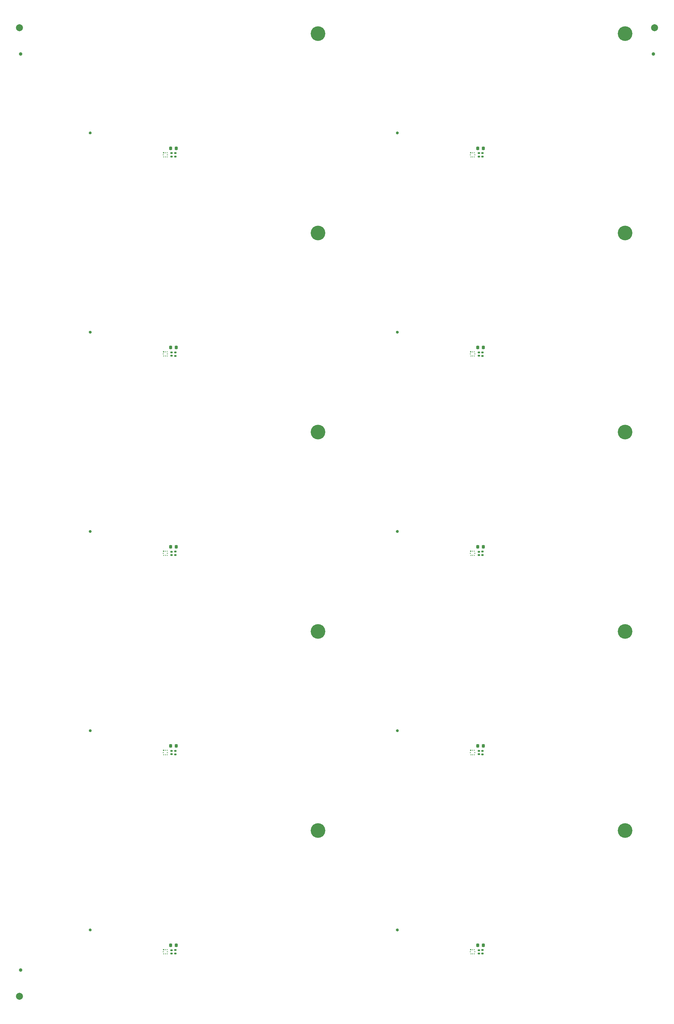
<source format=gbr>
%TF.GenerationSoftware,KiCad,Pcbnew,8.0.5+dfsg-1*%
%TF.CreationDate,2024-09-24T14:54:02+01:00*%
%TF.ProjectId,business card-generic-panel,62757369-6e65-4737-9320-636172642d67,rev?*%
%TF.SameCoordinates,Original*%
%TF.FileFunction,Soldermask,Bot*%
%TF.FilePolarity,Negative*%
%FSLAX46Y46*%
G04 Gerber Fmt 4.6, Leading zero omitted, Abs format (unit mm)*
G04 Created by KiCad (PCBNEW 8.0.5+dfsg-1) date 2024-09-24 14:54:02*
%MOMM*%
%LPD*%
G01*
G04 APERTURE LIST*
G04 Aperture macros list*
%AMRoundRect*
0 Rectangle with rounded corners*
0 $1 Rounding radius*
0 $2 $3 $4 $5 $6 $7 $8 $9 X,Y pos of 4 corners*
0 Add a 4 corners polygon primitive as box body*
4,1,4,$2,$3,$4,$5,$6,$7,$8,$9,$2,$3,0*
0 Add four circle primitives for the rounded corners*
1,1,$1+$1,$2,$3*
1,1,$1+$1,$4,$5*
1,1,$1+$1,$6,$7*
1,1,$1+$1,$8,$9*
0 Add four rect primitives between the rounded corners*
20,1,$1+$1,$2,$3,$4,$5,0*
20,1,$1+$1,$4,$5,$6,$7,0*
20,1,$1+$1,$6,$7,$8,$9,0*
20,1,$1+$1,$8,$9,$2,$3,0*%
G04 Aperture macros list end*
%ADD10C,0.410555*%
%ADD11C,4.200000*%
%ADD12C,2.000000*%
%ADD13RoundRect,0.135000X0.185000X-0.135000X0.185000X0.135000X-0.185000X0.135000X-0.185000X-0.135000X0*%
%ADD14RoundRect,0.140000X0.170000X-0.140000X0.170000X0.140000X-0.170000X0.140000X-0.170000X-0.140000X0*%
%ADD15RoundRect,0.218750X-0.218750X-0.256250X0.218750X-0.256250X0.218750X0.256250X-0.218750X0.256250X0*%
%ADD16R,0.320000X0.400000*%
%ADD17R,0.220000X0.400000*%
%ADD18R,0.400000X0.220000*%
%ADD19C,1.000000*%
G04 APERTURE END LIST*
D10*
X77773277Y-109900000D02*
G75*
G02*
X77362723Y-109900000I-205277J0D01*
G01*
X77362723Y-109900000D02*
G75*
G02*
X77773277Y-109900000I205277J0D01*
G01*
X77773277Y-281500000D02*
G75*
G02*
X77362723Y-281500000I-205277J0D01*
G01*
X77362723Y-281500000D02*
G75*
G02*
X77773277Y-281500000I205277J0D01*
G01*
X166005277Y-281500000D02*
G75*
G02*
X165594723Y-281500000I-205277J0D01*
G01*
X165594723Y-281500000D02*
G75*
G02*
X166005277Y-281500000I205277J0D01*
G01*
X166005277Y-109900000D02*
G75*
G02*
X165594723Y-109900000I-205277J0D01*
G01*
X165594723Y-109900000D02*
G75*
G02*
X166005277Y-109900000I205277J0D01*
G01*
X77773277Y-52700000D02*
G75*
G02*
X77362723Y-52700000I-205277J0D01*
G01*
X77362723Y-52700000D02*
G75*
G02*
X77773277Y-52700000I205277J0D01*
G01*
X166005277Y-52700000D02*
G75*
G02*
X165594723Y-52700000I-205277J0D01*
G01*
X165594723Y-52700000D02*
G75*
G02*
X166005277Y-52700000I205277J0D01*
G01*
X77773277Y-167100000D02*
G75*
G02*
X77362723Y-167100000I-205277J0D01*
G01*
X77362723Y-167100000D02*
G75*
G02*
X77773277Y-167100000I205277J0D01*
G01*
X77773277Y-224300000D02*
G75*
G02*
X77362723Y-224300000I-205277J0D01*
G01*
X77362723Y-224300000D02*
G75*
G02*
X77773277Y-224300000I205277J0D01*
G01*
X166005277Y-167100000D02*
G75*
G02*
X165594723Y-167100000I-205277J0D01*
G01*
X165594723Y-167100000D02*
G75*
G02*
X166005277Y-167100000I205277J0D01*
G01*
X166005277Y-224300000D02*
G75*
G02*
X165594723Y-224300000I-205277J0D01*
G01*
X165594723Y-224300000D02*
G75*
G02*
X166005277Y-224300000I205277J0D01*
G01*
D11*
%TO.C,REF\u002A\u002A*%
X142968000Y-138600000D03*
%TD*%
%TO.C,REF\u002A\u002A*%
X231200000Y-195800000D03*
%TD*%
%TO.C,REF\u002A\u002A*%
X231200000Y-253000000D03*
%TD*%
%TO.C,REF\u002A\u002A*%
X231200000Y-138600000D03*
%TD*%
%TO.C,REF\u002A\u002A*%
X231200000Y-24200000D03*
%TD*%
%TO.C,REF\u002A\u002A*%
X142968000Y-24200000D03*
%TD*%
%TO.C,REF\u002A\u002A*%
X142968000Y-195800000D03*
%TD*%
%TO.C,REF\u002A\u002A*%
X231200000Y-81400000D03*
%TD*%
D12*
%TO.C,KiKit_TO_1*%
X57267000Y-22500000D03*
%TD*%
%TO.C,KiKit_TO_2*%
X239733000Y-22500000D03*
%TD*%
D11*
%TO.C,REF\u002A\u002A*%
X142968000Y-253000000D03*
%TD*%
%TO.C,REF\u002A\u002A*%
X142968000Y-81400000D03*
%TD*%
D12*
%TO.C,KiKit_TO_3*%
X57267000Y-300500000D03*
%TD*%
D13*
%TO.C,R1*%
X102018000Y-116697500D03*
X102018000Y-115677500D03*
%TD*%
D14*
%TO.C,C1*%
X100968000Y-173867500D03*
X100968000Y-172907500D03*
%TD*%
D15*
%TO.C,D1*%
X100705500Y-228700000D03*
X102280500Y-228700000D03*
%TD*%
D14*
%TO.C,C1*%
X100968000Y-288267500D03*
X100968000Y-287307500D03*
%TD*%
D15*
%TO.C,D1*%
X188937500Y-114300000D03*
X190512500Y-114300000D03*
%TD*%
D13*
%TO.C,R1*%
X102018000Y-288297500D03*
X102018000Y-287277500D03*
%TD*%
D14*
%TO.C,C1*%
X189200000Y-116667500D03*
X189200000Y-115707500D03*
%TD*%
D16*
%TO.C,U1*%
X98632200Y-172765100D03*
D17*
X99182200Y-172765100D03*
X99682200Y-172765100D03*
D18*
X99782200Y-173365100D03*
D17*
X99682200Y-173965100D03*
X99182200Y-173965100D03*
X98682200Y-173965100D03*
D18*
X98582200Y-173365100D03*
%TD*%
D13*
%TO.C,R1*%
X190250000Y-231097500D03*
X190250000Y-230077500D03*
%TD*%
D15*
%TO.C,D1*%
X188937500Y-228700000D03*
X190512500Y-228700000D03*
%TD*%
D16*
%TO.C,U1*%
X98632200Y-58365100D03*
D17*
X99182200Y-58365100D03*
X99682200Y-58365100D03*
D18*
X99782200Y-58965100D03*
D17*
X99682200Y-59565100D03*
X99182200Y-59565100D03*
X98682200Y-59565100D03*
D18*
X98582200Y-58965100D03*
%TD*%
D16*
%TO.C,U1*%
X186864200Y-172765100D03*
D17*
X187414200Y-172765100D03*
X187914200Y-172765100D03*
D18*
X188014200Y-173365100D03*
D17*
X187914200Y-173965100D03*
X187414200Y-173965100D03*
X186914200Y-173965100D03*
D18*
X186814200Y-173365100D03*
%TD*%
D19*
%TO.C,KiKit_FID_B_3*%
X57617000Y-293000000D03*
%TD*%
D15*
%TO.C,D1*%
X188937500Y-57100000D03*
X190512500Y-57100000D03*
%TD*%
D14*
%TO.C,C1*%
X189200000Y-231067500D03*
X189200000Y-230107500D03*
%TD*%
D15*
%TO.C,D1*%
X188937500Y-171500000D03*
X190512500Y-171500000D03*
%TD*%
D13*
%TO.C,R1*%
X190250000Y-116697500D03*
X190250000Y-115677500D03*
%TD*%
%TO.C,R1*%
X102018000Y-173897500D03*
X102018000Y-172877500D03*
%TD*%
D14*
%TO.C,C1*%
X189200000Y-288267500D03*
X189200000Y-287307500D03*
%TD*%
D13*
%TO.C,R1*%
X190250000Y-173897500D03*
X190250000Y-172877500D03*
%TD*%
%TO.C,R1*%
X190250000Y-288297500D03*
X190250000Y-287277500D03*
%TD*%
D19*
%TO.C,KiKit_FID_B_2*%
X239383000Y-30000000D03*
%TD*%
D14*
%TO.C,C1*%
X189200000Y-59467500D03*
X189200000Y-58507500D03*
%TD*%
D19*
%TO.C,KiKit_FID_B_1*%
X57617000Y-30000000D03*
%TD*%
D16*
%TO.C,U1*%
X186864200Y-115565100D03*
D17*
X187414200Y-115565100D03*
X187914200Y-115565100D03*
D18*
X188014200Y-116165100D03*
D17*
X187914200Y-116765100D03*
X187414200Y-116765100D03*
X186914200Y-116765100D03*
D18*
X186814200Y-116165100D03*
%TD*%
D13*
%TO.C,R1*%
X190250000Y-59497500D03*
X190250000Y-58477500D03*
%TD*%
D15*
%TO.C,D1*%
X100705500Y-57100000D03*
X102280500Y-57100000D03*
%TD*%
D16*
%TO.C,U1*%
X186864200Y-287165100D03*
D17*
X187414200Y-287165100D03*
X187914200Y-287165100D03*
D18*
X188014200Y-287765100D03*
D17*
X187914200Y-288365100D03*
X187414200Y-288365100D03*
X186914200Y-288365100D03*
D18*
X186814200Y-287765100D03*
%TD*%
D14*
%TO.C,C1*%
X189200000Y-173867500D03*
X189200000Y-172907500D03*
%TD*%
D13*
%TO.C,R1*%
X102018000Y-59497500D03*
X102018000Y-58477500D03*
%TD*%
D16*
%TO.C,U1*%
X98632200Y-287165100D03*
D17*
X99182200Y-287165100D03*
X99682200Y-287165100D03*
D18*
X99782200Y-287765100D03*
D17*
X99682200Y-288365100D03*
X99182200Y-288365100D03*
X98682200Y-288365100D03*
D18*
X98582200Y-287765100D03*
%TD*%
D16*
%TO.C,U1*%
X98632200Y-229965100D03*
D17*
X99182200Y-229965100D03*
X99682200Y-229965100D03*
D18*
X99782200Y-230565100D03*
D17*
X99682200Y-231165100D03*
X99182200Y-231165100D03*
X98682200Y-231165100D03*
D18*
X98582200Y-230565100D03*
%TD*%
D16*
%TO.C,U1*%
X186864200Y-58365100D03*
D17*
X187414200Y-58365100D03*
X187914200Y-58365100D03*
D18*
X188014200Y-58965100D03*
D17*
X187914200Y-59565100D03*
X187414200Y-59565100D03*
X186914200Y-59565100D03*
D18*
X186814200Y-58965100D03*
%TD*%
D14*
%TO.C,C1*%
X100968000Y-116667500D03*
X100968000Y-115707500D03*
%TD*%
%TO.C,C1*%
X100968000Y-231067500D03*
X100968000Y-230107500D03*
%TD*%
D16*
%TO.C,U1*%
X98632200Y-115565100D03*
D17*
X99182200Y-115565100D03*
X99682200Y-115565100D03*
D18*
X99782200Y-116165100D03*
D17*
X99682200Y-116765100D03*
X99182200Y-116765100D03*
X98682200Y-116765100D03*
D18*
X98582200Y-116165100D03*
%TD*%
D15*
%TO.C,D1*%
X100705500Y-285900000D03*
X102280500Y-285900000D03*
%TD*%
D14*
%TO.C,C1*%
X100968000Y-59467500D03*
X100968000Y-58507500D03*
%TD*%
D16*
%TO.C,U1*%
X186864200Y-229965100D03*
D17*
X187414200Y-229965100D03*
X187914200Y-229965100D03*
D18*
X188014200Y-230565100D03*
D17*
X187914200Y-231165100D03*
X187414200Y-231165100D03*
X186914200Y-231165100D03*
D18*
X186814200Y-230565100D03*
%TD*%
D15*
%TO.C,D1*%
X100705500Y-171500000D03*
X102280500Y-171500000D03*
%TD*%
D13*
%TO.C,R1*%
X102018000Y-231097500D03*
X102018000Y-230077500D03*
%TD*%
D15*
%TO.C,D1*%
X100705500Y-114300000D03*
X102280500Y-114300000D03*
%TD*%
%TO.C,D1*%
X188937500Y-285900000D03*
X190512500Y-285900000D03*
%TD*%
M02*

</source>
